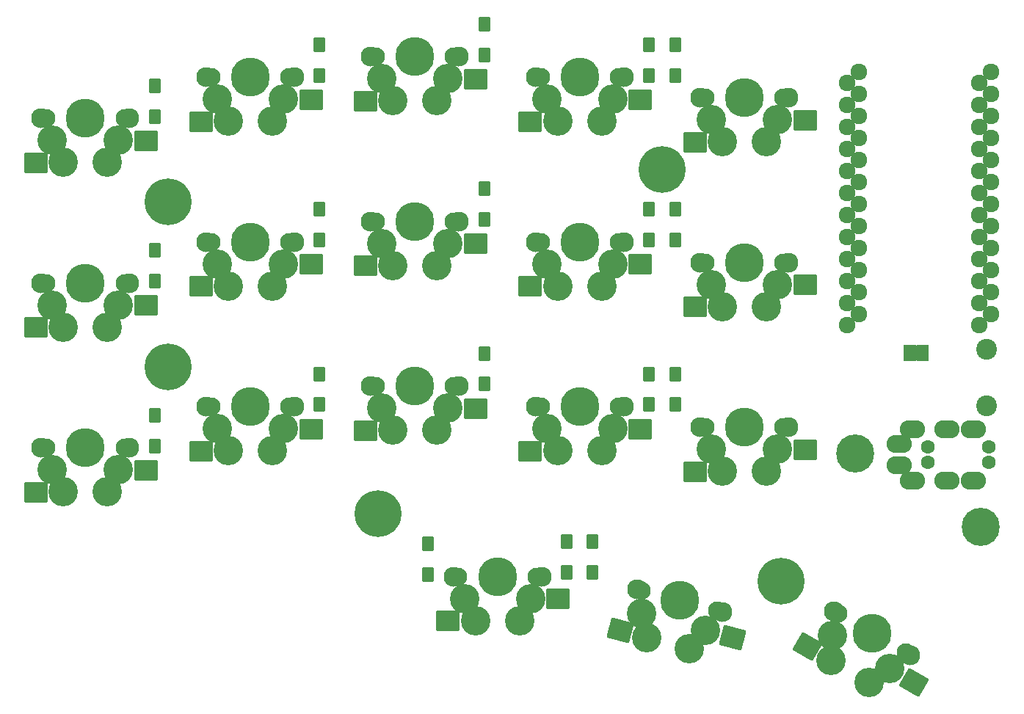
<source format=gbs>
G04 #@! TF.GenerationSoftware,KiCad,Pcbnew,(6.0.11)*
G04 #@! TF.CreationDate,2023-02-16T20:31:25+09:00*
G04 #@! TF.ProjectId,corne-cherry,636f726e-652d-4636-9865-7272792e6b69,2.1*
G04 #@! TF.SameCoordinates,Original*
G04 #@! TF.FileFunction,Soldermask,Bot*
G04 #@! TF.FilePolarity,Negative*
%FSLAX46Y46*%
G04 Gerber Fmt 4.6, Leading zero omitted, Abs format (unit mm)*
G04 Created by KiCad (PCBNEW (6.0.11)) date 2023-02-16 20:31:25*
%MOMM*%
%LPD*%
G01*
G04 APERTURE LIST*
G04 Aperture macros list*
%AMRoundRect*
0 Rectangle with rounded corners*
0 $1 Rounding radius*
0 $2 $3 $4 $5 $6 $7 $8 $9 X,Y pos of 4 corners*
0 Add a 4 corners polygon primitive as box body*
4,1,4,$2,$3,$4,$5,$6,$7,$8,$9,$2,$3,0*
0 Add four circle primitives for the rounded corners*
1,1,$1+$1,$2,$3*
1,1,$1+$1,$4,$5*
1,1,$1+$1,$6,$7*
1,1,$1+$1,$8,$9*
0 Add four rect primitives between the rounded corners*
20,1,$1+$1,$2,$3,$4,$5,0*
20,1,$1+$1,$4,$5,$6,$7,0*
20,1,$1+$1,$6,$7,$8,$9,0*
20,1,$1+$1,$8,$9,$2,$3,0*%
%AMFreePoly0*
4,1,23,0.586777,0.930194,0.656366,0.874698,0.666410,0.860940,1.166410,0.110940,1.198065,0.027751,1.190491,-0.060935,1.166410,-0.110940,0.666410,-0.860940,0.601795,-0.922156,0.517019,-0.949275,0.500000,-0.950000,-0.500000,-0.950000,-0.586777,-0.930194,-0.656366,-0.874698,-0.694986,-0.794504,-0.700000,-0.750000,-0.700000,0.750000,-0.680194,0.836777,-0.624698,0.906366,-0.544504,0.944986,
-0.500000,0.950000,0.500000,0.950000,0.586777,0.930194,0.586777,0.930194,$1*%
%AMFreePoly1*
4,1,24,0.586777,0.930194,0.656366,0.874698,0.694986,0.794504,0.700000,0.750000,0.700000,-0.750000,0.680194,-0.836777,0.624698,-0.906366,0.544504,-0.944986,0.500000,-0.950000,-0.650000,-0.950000,-0.736777,-0.930194,-0.806366,-0.874698,-0.844986,-0.794504,-0.844986,-0.705496,-0.816410,-0.639060,-0.390370,0.000000,-0.816410,0.639060,-0.848065,0.722249,-0.840491,0.810935,-0.795188,0.887551,
-0.721129,0.936924,-0.650000,0.950000,0.500000,0.950000,0.586777,0.930194,0.586777,0.930194,$1*%
G04 Aperture macros list end*
%ADD10C,5.400000*%
%ADD11C,3.400000*%
%ADD12C,2.300000*%
%ADD13C,2.100000*%
%ADD14C,4.500000*%
%ADD15RoundRect,0.200000X-1.150000X-1.000000X1.150000X-1.000000X1.150000X1.000000X-1.150000X1.000000X0*%
%ADD16C,1.924000*%
%ADD17RoundRect,0.200000X-0.475000X0.650000X-0.475000X-0.650000X0.475000X-0.650000X0.475000X0.650000X0*%
%ADD18C,1.600000*%
%ADD19O,2.900000X2.100000*%
%ADD20RoundRect,0.200000X-1.369634X-0.668284X0.851996X-1.263568X1.369634X0.668284X-0.851996X1.263568X0*%
%ADD21C,4.400000*%
%ADD22RoundRect,0.200000X-1.495929X-0.291025X0.495929X-1.441025X1.495929X0.291025X-0.495929X1.441025X0*%
%ADD23C,2.400000*%
%ADD24FreePoly0,180.000000*%
%ADD25FreePoly1,180.000000*%
G04 APERTURE END LIST*
D10*
X69750000Y-160000000D03*
D11*
X87310000Y-169790000D03*
D12*
X78420000Y-167250000D03*
D13*
X88000000Y-167250000D03*
D11*
X80960000Y-172330000D03*
D12*
X88580000Y-167250000D03*
D13*
X79000000Y-167250000D03*
D11*
X86040000Y-172330000D03*
X79690000Y-169790001D03*
D14*
X83500000Y-167250000D03*
D15*
X77800000Y-172370000D03*
X90500000Y-169830000D03*
D16*
X123860000Y-110292000D03*
X140406400Y-109022000D03*
X140406400Y-111562000D03*
X123860000Y-112832000D03*
X123860000Y-115372000D03*
X140406400Y-114102000D03*
X140406400Y-116642000D03*
X123860000Y-117912000D03*
X140406400Y-119182000D03*
X123860000Y-120452000D03*
X123860000Y-122992000D03*
X140406400Y-121722000D03*
X123860000Y-125532000D03*
X140406400Y-124262000D03*
X123860000Y-128072000D03*
X140406400Y-126802000D03*
X123860000Y-130612000D03*
X140406400Y-129342000D03*
X123860000Y-133152000D03*
X140406400Y-131882000D03*
X140406400Y-134422000D03*
X123860000Y-135692000D03*
X123860000Y-138232000D03*
X140406400Y-136962000D03*
X139100000Y-138232000D03*
X125186400Y-136962000D03*
X125186400Y-134422000D03*
X139100000Y-135692000D03*
X139100000Y-133152000D03*
X125186400Y-131882000D03*
X139100000Y-130612000D03*
X125186400Y-129342000D03*
X139100000Y-128072000D03*
X125186400Y-126802000D03*
X125186400Y-124262000D03*
X139100000Y-125532000D03*
X125186400Y-121722000D03*
X139100000Y-122992000D03*
X139100000Y-120452000D03*
X125186400Y-119182000D03*
X139100000Y-117912000D03*
X125186400Y-116642000D03*
X125186400Y-114102000D03*
X139100000Y-115372000D03*
X125186400Y-111562000D03*
X139100000Y-112832000D03*
X139100000Y-110292000D03*
X125186400Y-109022000D03*
D10*
X102500000Y-120250000D03*
D11*
X51190000Y-112165001D03*
D14*
X55000000Y-109625000D03*
D11*
X52460000Y-114705000D03*
D12*
X49920000Y-109625000D03*
D13*
X59500000Y-109625000D03*
D12*
X60080000Y-109625000D03*
D11*
X58810000Y-112165000D03*
D13*
X50500000Y-109625000D03*
D11*
X57540000Y-114705000D03*
D15*
X49300000Y-114745000D03*
X62000000Y-112205000D03*
D17*
X101000000Y-124850000D03*
X101000000Y-128400000D03*
X82000000Y-122475000D03*
X82000000Y-126025000D03*
X75500000Y-163475000D03*
X75500000Y-167025000D03*
X104000000Y-143850000D03*
X104000000Y-147400000D03*
X104000000Y-105850000D03*
X104000000Y-109400000D03*
D11*
X38540000Y-157455000D03*
X32190000Y-154915001D03*
D13*
X40500000Y-152375000D03*
X31500000Y-152375000D03*
D12*
X30920000Y-152375000D03*
D11*
X33460000Y-157455000D03*
D12*
X41080000Y-152375000D03*
D11*
X39810000Y-154915000D03*
D14*
X36000000Y-152375000D03*
D15*
X30300000Y-157495000D03*
X43000000Y-154955000D03*
D11*
X76540000Y-112330000D03*
X70190000Y-109790001D03*
D12*
X68920000Y-107250000D03*
D11*
X71460000Y-112330000D03*
D12*
X79080000Y-107250000D03*
D14*
X74000000Y-107250000D03*
D11*
X77810000Y-109790000D03*
D13*
X69500000Y-107250000D03*
X78500000Y-107250000D03*
D15*
X68300000Y-112370000D03*
X81000000Y-109830000D03*
D17*
X44000000Y-129600000D03*
X44000000Y-133150000D03*
D10*
X45500000Y-143000000D03*
X116250000Y-167750000D03*
D14*
X55000000Y-147625000D03*
D12*
X49920000Y-147625000D03*
D13*
X59500000Y-147625000D03*
X50500000Y-147625000D03*
D11*
X52460000Y-152705000D03*
X57540000Y-152705000D03*
D12*
X60080000Y-147625000D03*
D11*
X58810000Y-150165000D03*
X51190000Y-150165001D03*
D15*
X49300000Y-152745000D03*
X62000000Y-150205000D03*
D18*
X140185000Y-152300000D03*
X133185000Y-152300000D03*
X133185000Y-154050000D03*
X140185000Y-154050000D03*
D19*
X129885000Y-151950000D03*
X129885000Y-154400000D03*
X138385000Y-156150000D03*
X138385000Y-150200000D03*
X135385000Y-156150000D03*
X135385000Y-150200000D03*
X131385000Y-150200000D03*
X131385000Y-156150000D03*
D11*
X70190000Y-147790001D03*
D13*
X78500000Y-145250000D03*
X69500000Y-145250000D03*
D12*
X79080000Y-145250000D03*
X68920000Y-145250000D03*
D11*
X77810000Y-147790000D03*
X76540000Y-150330000D03*
D14*
X74000000Y-145250000D03*
D11*
X71460000Y-150330000D03*
D15*
X68300000Y-150370000D03*
X81000000Y-147830000D03*
D11*
X96810000Y-131165000D03*
D13*
X88500000Y-128625000D03*
X97500000Y-128625000D03*
D14*
X93000000Y-128625000D03*
D12*
X87920000Y-128625000D03*
X98080000Y-128625000D03*
D11*
X95540000Y-133705000D03*
X89190000Y-131165001D03*
X90460000Y-133705000D03*
D15*
X87300000Y-133745000D03*
X100000000Y-131205000D03*
D17*
X63000000Y-105850000D03*
X63000000Y-109400000D03*
D13*
X31500000Y-133375000D03*
X40500000Y-133375000D03*
D11*
X33460000Y-138455000D03*
D12*
X30920000Y-133375000D03*
D11*
X38540000Y-138455000D03*
X39810000Y-135915000D03*
D12*
X41080000Y-133375000D03*
D14*
X36000000Y-133375000D03*
D11*
X32190000Y-135915001D03*
D15*
X30300000Y-138495000D03*
X43000000Y-135955000D03*
D10*
X45500000Y-124000000D03*
D13*
X116500000Y-112000000D03*
D12*
X117080000Y-112000000D03*
X106920000Y-112000000D03*
D11*
X115810000Y-114540000D03*
D14*
X112000000Y-112000000D03*
D11*
X108190000Y-114540001D03*
D13*
X107500000Y-112000000D03*
D11*
X114540000Y-117080000D03*
X109460000Y-117080000D03*
D15*
X106300000Y-117120000D03*
X119000000Y-114580000D03*
D17*
X63000000Y-124850000D03*
X63000000Y-128400000D03*
X91500000Y-163225000D03*
X91500000Y-166775000D03*
X101000000Y-105850000D03*
X101000000Y-109400000D03*
D11*
X96810000Y-150165000D03*
D12*
X87920000Y-147625000D03*
D13*
X97500000Y-147625000D03*
D11*
X90460000Y-152705000D03*
X95540000Y-152705000D03*
D13*
X88500000Y-147625000D03*
D14*
X93000000Y-147625000D03*
D11*
X89190000Y-150165001D03*
D12*
X98080000Y-147625000D03*
D15*
X87300000Y-152745000D03*
X100000000Y-150205000D03*
D17*
X94500000Y-163225000D03*
X94500000Y-166775000D03*
D11*
X100162422Y-171467352D03*
D12*
X109406903Y-171314801D03*
D13*
X108846666Y-171164686D03*
D11*
X107522777Y-173439552D03*
D12*
X99593097Y-168685199D03*
D11*
X100731748Y-174249503D03*
D13*
X100153334Y-168835314D03*
D14*
X104500000Y-170000000D03*
D11*
X105638651Y-175564304D03*
D20*
X97669069Y-173470272D03*
X110593728Y-174303822D03*
D11*
X58810000Y-131165000D03*
D12*
X60080000Y-128625000D03*
D11*
X57540000Y-133705000D03*
D14*
X55000000Y-128625000D03*
D11*
X51190000Y-131165001D03*
D12*
X49920000Y-128625000D03*
D13*
X59500000Y-128625000D03*
D11*
X52460000Y-133705000D03*
D13*
X50500000Y-128625000D03*
D15*
X49300000Y-133745000D03*
X62000000Y-131205000D03*
D11*
X109460000Y-136080000D03*
X115810000Y-133540000D03*
X108190000Y-133540001D03*
D13*
X116500000Y-131000000D03*
D12*
X106920000Y-131000000D03*
D14*
X112000000Y-131000000D03*
D13*
X107500000Y-131000000D03*
D12*
X117080000Y-131000000D03*
D11*
X114540000Y-136080000D03*
D15*
X106300000Y-136120000D03*
X119000000Y-133580000D03*
D17*
X101000000Y-143850000D03*
X101000000Y-147400000D03*
D11*
X96810000Y-112165000D03*
D13*
X97500000Y-109625000D03*
D14*
X93000000Y-109625000D03*
D12*
X87920000Y-109625000D03*
D11*
X90460000Y-114705000D03*
X89190000Y-112165001D03*
D12*
X98080000Y-109625000D03*
D13*
X88500000Y-109625000D03*
D11*
X95540000Y-114705000D03*
D15*
X87300000Y-114745000D03*
X100000000Y-112205000D03*
D21*
X139250000Y-161500000D03*
D17*
X104000000Y-124850000D03*
X104000000Y-128400000D03*
D11*
X38540000Y-119455000D03*
D12*
X41080000Y-114375000D03*
D11*
X33460000Y-119455000D03*
X39810000Y-116915000D03*
D13*
X40500000Y-114375000D03*
D14*
X36000000Y-114375000D03*
D11*
X32190000Y-116915001D03*
D13*
X31500000Y-114375000D03*
D12*
X30920000Y-114375000D03*
D15*
X30300000Y-119495000D03*
X43000000Y-116955000D03*
D13*
X122852886Y-171500000D03*
D11*
X122010295Y-176879409D03*
D13*
X130647114Y-176000000D03*
D14*
X126750000Y-173750000D03*
D12*
X122350591Y-171210000D03*
D11*
X128779557Y-177854705D03*
X122180443Y-174044705D03*
D12*
X131149409Y-176290000D03*
D11*
X126409705Y-179419409D03*
D22*
X119253655Y-175334050D03*
X131522178Y-179484346D03*
D17*
X63000000Y-143850000D03*
X63000000Y-147400000D03*
X44000000Y-110600000D03*
X44000000Y-114150000D03*
X82000000Y-141475000D03*
X82000000Y-145025000D03*
D11*
X108190000Y-152540001D03*
D12*
X117080000Y-150000000D03*
D14*
X112000000Y-150000000D03*
D11*
X115810000Y-152540000D03*
X114540000Y-155080000D03*
D13*
X116500000Y-150000000D03*
D11*
X109460000Y-155080000D03*
D12*
X106920000Y-150000000D03*
D13*
X107500000Y-150000000D03*
D15*
X106300000Y-155120000D03*
X119000000Y-152580000D03*
D11*
X77810000Y-128790000D03*
X70190000Y-128790001D03*
D13*
X78500000Y-126250000D03*
D14*
X74000000Y-126250000D03*
D11*
X76540000Y-131330000D03*
D12*
X79080000Y-126250000D03*
D11*
X71460000Y-131330000D03*
D13*
X69500000Y-126250000D03*
D12*
X68920000Y-126250000D03*
D15*
X68300000Y-131370000D03*
X81000000Y-128830000D03*
D17*
X44000000Y-148600000D03*
X44000000Y-152150000D03*
X82000000Y-103475000D03*
X82000000Y-107025000D03*
D21*
X124750000Y-153000000D03*
D23*
X139900000Y-141000000D03*
X139900000Y-147500000D03*
D24*
X132525000Y-141425000D03*
D25*
X131075000Y-141425000D03*
M02*

</source>
